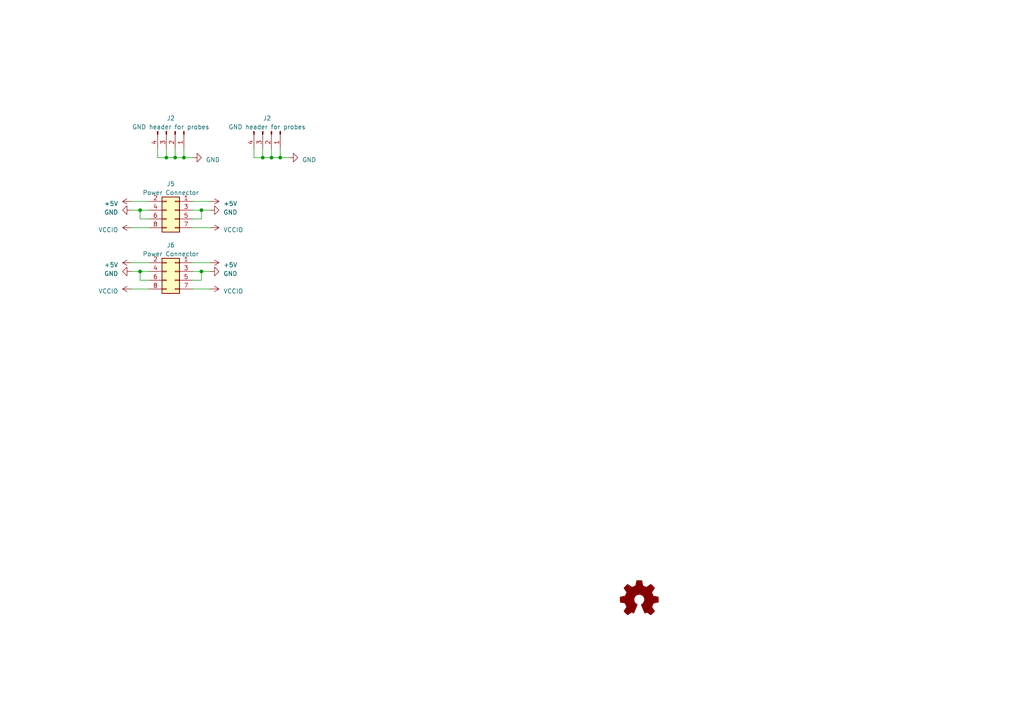
<source format=kicad_sch>
(kicad_sch (version 20230121) (generator eeschema)
  (paper "A4")
  (title_block (title "MicroZed development carrier board") (date "2023-08-19") (rev "4") (comment 1 "               License: Creative Commons Zero") (comment 3 "               (c) 2023 Viktor Nikolov"))
  (lib_symbols
    (symbol "Connector:Conn_01x04_Pin" (pin_names (offset 1.016) hide)
      (property "Reference" "J" (at 0 5.08 0))
      (property "Value" "Conn_01x04_Pin" (at 0 -7.62 0))
      (symbol "Conn_01x04_Pin_1_1"
        (polyline (pts (xy 1.27 -5.08) (xy 0.8636 -5.08)) (stroke (width 0.1524)))
        (polyline (pts (xy 1.27 -2.54) (xy 0.8636 -2.54)) (stroke (width 0.1524)))
        (polyline (pts (xy 1.27 0) (xy 0.8636 0)) (stroke (width 0.1524)))
        (polyline (pts (xy 1.27 2.54) (xy 0.8636 2.54)) (stroke (width 0.1524)))
        (rectangle (start 0.8636 -4.953) (end 0 -5.207) (stroke (width 0.1524)) (fill (type outline)))
        (rectangle (start 0.8636 -2.413) (end 0 -2.667) (stroke (width 0.1524)) (fill (type outline)))
        (rectangle (start 0.8636 0.127) (end 0 -0.127) (stroke (width 0.1524)) (fill (type outline)))
        (rectangle (start 0.8636 2.667) (end 0 2.413) (stroke (width 0.1524)) (fill (type outline)))
        (pin passive line (at 5.08 2.54 180) (length 3.81) (name "Pin_1") (number "1"))
        (pin passive line (at 5.08 0 180) (length 3.81) (name "Pin_2") (number "2"))
        (pin passive line (at 5.08 -2.54 180) (length 3.81) (name "Pin_3") (number "3"))
        (pin passive line (at 5.08 -5.08 180) (length 3.81) (name "Pin_4") (number "4"))
      )
    )
    (symbol "Connector_Generic:Conn_02x04_Odd_Even" (pin_names (offset 1.016) hide)
      (property "Reference" "J" (at 1.27 5.08 0))
      (property "Value" "Conn_02x04_Odd_Even" (at 1.27 -7.62 0))
      (symbol "Conn_02x04_Odd_Even_1_1"
        (rectangle (start -1.27 -4.953) (end 0 -5.207) (stroke (width 0.1524)))
        (rectangle (start -1.27 -2.413) (end 0 -2.667) (stroke (width 0.1524)))
        (rectangle (start -1.27 0.127) (end 0 -0.127) (stroke (width 0.1524)))
        (rectangle (start -1.27 2.667) (end 0 2.413) (stroke (width 0.1524)))
        (rectangle (start -1.27 3.81) (end 3.81 -6.35) (stroke (width 0.254)) (fill (type background)))
        (rectangle (start 3.81 -4.953) (end 2.54 -5.207) (stroke (width 0.1524)))
        (rectangle (start 3.81 -2.413) (end 2.54 -2.667) (stroke (width 0.1524)))
        (rectangle (start 3.81 0.127) (end 2.54 -0.127) (stroke (width 0.1524)))
        (rectangle (start 3.81 2.667) (end 2.54 2.413) (stroke (width 0.1524)))
        (pin passive line (at -5.08 2.54 0) (length 3.81) (name "Pin_1") (number "1"))
        (pin passive line (at 7.62 2.54 180) (length 3.81) (name "Pin_2") (number "2"))
        (pin passive line (at -5.08 0 0) (length 3.81) (name "Pin_3") (number "3"))
        (pin passive line (at 7.62 0 180) (length 3.81) (name "Pin_4") (number "4"))
        (pin passive line (at -5.08 -2.54 0) (length 3.81) (name "Pin_5") (number "5"))
        (pin passive line (at 7.62 -2.54 180) (length 3.81) (name "Pin_6") (number "6"))
        (pin passive line (at -5.08 -5.08 0) (length 3.81) (name "Pin_7") (number "7"))
        (pin passive line (at 7.62 -5.08 180) (length 3.81) (name "Pin_8") (number "8"))
      )
    )
    (symbol "Graphic:Logo_Open_Hardware_Small" (in_bom no) (on_board no)
      (symbol "Logo_Open_Hardware_Small_0_1"
        (polyline (pts (xy 3.3528 -4.3434) (xy 3.302 -4.318) (xy 3.175 -4.2418) (xy 2.9972 -4.1148) (xy 2.7686 -3.9624) (xy 2.54 -3.81) (xy 2.3622 -3.7084) (xy 2.2352 -3.6068) (xy 2.1844 -3.5814) (xy 2.159 -3.6068) (xy 2.0574 -3.6576) (xy 1.905 -3.7338) (xy 1.8034 -3.7846) (xy 1.6764 -3.8354) (xy 1.6002 -3.8354) (xy 1.6002 -3.8354) (xy 1.5494 -3.7338) (xy 1.4732 -3.5306) (xy 1.3462 -3.302) (xy 1.2446 -3.0226) (xy 1.1176 -2.7178) (xy 0.9652 -2.413) (xy 0.8636 -2.1082) (xy 0.7366 -1.8288) (xy 0.6604 -1.6256) (xy 0.6096 -1.4732) (xy 0.5842 -1.397) (xy 0.5842 -1.397) (xy 0.6604 -1.3208) (xy 0.7874 -1.2446) (xy 1.0414 -1.016) (xy 1.2954 -0.6858) (xy 1.4478 -0.3302) (xy 1.524 0.0762) (xy 1.4732 0.4572) (xy 1.3208 0.8128) (xy 1.0668 1.143) (xy 0.762 1.3716) (xy 0.4064 1.524) (xy 0 1.5748) (xy -0.381 1.5494) (xy -0.7366 1.397) (xy -1.0668 1.143) (xy -1.2192 0.9906) (xy -1.397 0.6604) (xy -1.524 0.3048) (xy -1.524 0.2286) (xy -1.4986 -0.1778) (xy -1.397 -0.5334) (xy -1.1938 -0.8636) (xy -0.9144 -1.143) (xy -0.8636 -1.1684) (xy -0.7366 -1.27) (xy -0.635 -1.3462) (xy -0.5842 -1.397) (xy -1.0668 -2.5908) (xy -1.143 -2.794) (xy -1.2954 -3.1242) (xy -1.397 -3.4036) (xy -1.4986 -3.6322) (xy -1.5748 -3.7846) (xy -1.6002 -3.8354) (xy -1.6002 -3.8354) (xy -1.651 -3.8354) (xy -1.7272 -3.81) (xy -1.905 -3.7338) (xy -2.0066 -3.683) (xy -2.1336 -3.6068) (xy -2.2098 -3.5814) (xy -2.2606 -3.6068) (xy -2.3622 -3.683) (xy -2.54 -3.81) (xy -2.7686 -3.9624) (xy -2.9718 -4.0894) (xy -3.1496 -4.2164) (xy -3.302 -4.318) (xy -3.3528 -4.3434) (xy -3.3782 -4.3434) (xy -3.429 -4.318) (xy -3.5306 -4.2164) (xy -3.7084 -4.064) (xy -3.937 -3.8354) (xy -3.9624 -3.81) (xy -4.1656 -3.6068) (xy -4.318 -3.4544) (xy -4.4196 -3.3274) (xy -4.445 -3.2766) (xy -4.445 -3.2766) (xy -4.4196 -3.2258) (xy -4.318 -3.0734) (xy -4.2164 -2.8956) (xy -4.064 -2.667) (xy -3.6576 -2.0828) (xy -3.8862 -1.5494) (xy -3.937 -1.3716) (xy -4.0386 -1.1684) (xy -4.0894 -1.0414) (xy -4.1148 -0.9652) (xy -4.191 -0.9398) (xy -4.318 -0.9144) (xy -4.5466 -0.8636) (xy -4.8006 -0.8128) (xy -5.0546 -0.7874) (xy -5.2578 -0.7366) (xy -5.4356 -0.7112) (xy -5.5118 -0.6858) (xy -5.5118 -0.6858) (xy -5.5372 -0.635) (xy -5.5372 -0.5588) (xy -5.5372 -0.4318) (xy -5.5626 -0.2286) (xy -5.5626 0.0762) (xy -5.5626 0.127) (xy -5.5372 0.4064) (xy -5.5372 0.635) (xy -5.5372 0.762) (xy -5.5372 0.8382) (xy -5.5372 0.8382) (xy -5.461 0.8382) (xy -5.3086 0.889) (xy -5.08 0.9144) (xy -4.826 0.9652) (xy -4.8006 0.9906) (xy -4.5466 1.0414) (xy -4.318 1.0668) (xy -4.1656 1.1176) (xy -4.0894 1.143) (xy -4.0894 1.143) (xy -4.0386 1.2446) (xy -3.9624 1.4224) (xy -3.8608 1.6256) (xy -3.7846 1.8288) (xy -3.7084 2.0066) (xy -3.6576 2.159) (xy -3.6322 2.2098) (xy -3.6322 2.2098) (xy -3.683 2.286) (xy -3.7592 2.413) (xy -3.8862 2.5908) (xy -4.064 2.8194) (xy -4.064 2.8448) (xy -4.2164 3.0734) (xy -4.3434 3.2512) (xy -4.4196 3.3782) (xy -4.445 3.4544) (xy -4.445 3.4544) (xy -4.3942 3.5052) (xy -4.2926 3.6322) (xy -4.1148 3.81) (xy -3.937 4.0132) (xy -3.8608 4.064) (xy -3.6576 4.2926) (xy -3.5052 4.4196) (xy -3.4036 4.4958) (xy -3.3528 4.5212) (xy -3.3528 4.5212) (xy -3.302 4.4704) (xy -3.1496 4.3688) (xy -2.9718 4.2418) (xy -2.7432 4.0894) (xy -2.7178 4.0894) (xy -2.4892 3.937) (xy -2.3114 3.81) (xy -2.1844 3.7084) (xy -2.1336 3.683) (xy -2.1082 3.683) (xy -2.032 3.7084) (xy -1.8542 3.7592) (xy -1.6764 3.8354) (xy -1.4732 3.937) (xy -1.27 4.0132) (xy -1.143 4.064) (xy -1.0668 4.1148) (xy -1.0668 4.1148) (xy -1.0414 4.191) (xy -1.016 4.3434) (xy -0.9652 4.572) (xy -0.9144 4.8514) (xy -0.889 4.9022) (xy -0.8382 5.1562) (xy -0.8128 5.3848) (xy -0.7874 5.5372) (xy -0.762 5.588) (xy -0.7112 5.6134) (xy -0.5842 5.6134) (xy -0.4064 5.6134) (xy -0.1524 5.6134) (xy 0.0762 5.6134) (xy 0.3302 5.6134) (xy 0.5334 5.6134) (xy 0.6858 5.588) (xy 0.7366 5.588) (xy 0.7366 5.588) (xy 0.762 5.5118) (xy 0.8128 5.334) (xy 0.8382 5.1054) (xy 0.9144 4.826) (xy 0.9144 4.7752) (xy 0.9652 4.5212) (xy 1.016 4.2926) (xy 1.0414 4.1402) (xy 1.0668 4.0894) (xy 1.0668 4.0894) (xy 1.1938 4.0386) (xy 1.3716 3.9624) (xy 1.5748 3.8608) (xy 2.0828 3.6576) (xy 2.7178 4.0894) (xy 2.7686 4.1402) (xy 2.9972 4.2926) (xy 3.175 4.4196) (xy 3.302 4.4958) (xy 3.3782 4.5212) (xy 3.3782 4.5212) (xy 3.429 4.4704) (xy 3.556 4.3434) (xy 3.7338 4.191) (xy 3.9116 3.9878) (xy 4.064 3.8354) (xy 4.2418 3.6576) (xy 4.3434 3.556) (xy 4.4196 3.4798) (xy 4.4196 3.429) (xy 4.4196 3.4036) (xy 4.3942 3.3274) (xy 4.2926 3.2004) (xy 4.1656 2.9972) (xy 4.0132 2.794) (xy 3.8862 2.5908) (xy 3.7592 2.3876) (xy 3.6576 2.2352) (xy 3.6322 2.159) (xy 3.6322 2.1336) (xy 3.683 2.0066) (xy 3.7592 1.8288) (xy 3.8608 1.6002) (xy 4.064 1.1176) (xy 4.3942 1.0414) (xy 4.5974 1.016) (xy 4.8768 0.9652) (xy 5.1308 0.9144) (xy 5.5372 0.8382) (xy 5.5626 -0.6604) (xy 5.4864 -0.6858) (xy 5.4356 -0.6858) (xy 5.2832 -0.7366) (xy 5.0546 -0.762) (xy 4.8006 -0.8128) (xy 4.5974 -0.8636) (xy 4.3688 -0.9144) (xy 4.2164 -0.9398) (xy 4.1402 -0.9398) (xy 4.1148 -0.9652) (xy 4.064 -1.0668) (xy 3.9878 -1.2446) (xy 3.9116 -1.4478) (xy 3.81 -1.651) (xy 3.7338 -1.8542) (xy 3.683 -2.0066) (xy 3.6576 -2.0828) (xy 3.683 -2.1336) (xy 3.7846 -2.2606) (xy 3.8862 -2.4638) (xy 4.0386 -2.667) (xy 4.191 -2.8956) (xy 4.318 -3.0734) (xy 4.3942 -3.2004) (xy 4.445 -3.2766) (xy 4.4196 -3.3274) (xy 4.3434 -3.429) (xy 4.1656 -3.5814) (xy 3.937 -3.8354) (xy 3.8862 -3.8608) (xy 3.683 -4.064) (xy 3.5306 -4.2164) (xy 3.4036 -4.318) (xy 3.3528 -4.3434)) (fill (type outline)))
      )
    )
    (symbol "Viktor_symbols:VCCIO" (power) (pin_names (offset 0))
      (property "Value" "VCCIO" (at 0 3.81 0))
      (symbol "VCCIO_0_1"
        (polyline (pts (xy -0.762 1.27) (xy 0 2.54)))
        (polyline (pts (xy 0 0) (xy 0 2.54)))
        (polyline (pts (xy 0 2.54) (xy 0.762 1.27)))
      )
      (symbol "VCCIO_1_1"
        (pin power_in line (at 0 0 90) (length 0) hide (name "VCCIO") (number "1"))
      )
    )
    (symbol "power:+5V" (power) (pin_names (offset 0))
      (property "Value" "+5V" (at 0 3.556 0))
      (symbol "+5V_0_1"
        (polyline (pts (xy -0.762 1.27) (xy 0 2.54)))
        (polyline (pts (xy 0 0) (xy 0 2.54)))
        (polyline (pts (xy 0 2.54) (xy 0.762 1.27)))
      )
      (symbol "+5V_1_1"
        (pin power_in line (at 0 0 90) (length 0) hide (name "+5V") (number "1"))
      )
    )
    (symbol "power:GND" (power) (pin_names (offset 0))
      (property "Value" "GND" (at 0 -3.81 0))
      (symbol "GND_0_1"
        (polyline (pts (xy 0 0) (xy 0 -1.27) (xy 1.27 -1.27) (xy 0 -2.54) (xy -1.27 -1.27) (xy 0 -1.27)))
      )
      (symbol "GND_1_1"
        (pin power_in line (at 0 0 270) (length 0) hide (name "GND") (number "1"))
      )
    )
  )
  (junction (at 50.8 45.72))
  (junction (at 78.74 45.72))
  (junction (at 58.42 78.74))
  (junction (at 58.42 60.96))
  (junction (at 40.64 60.96))
  (junction (at 40.64 78.74))
  (junction (at 81.28 45.72))
  (junction (at 53.34 45.72))
  (junction (at 76.2 45.72))
  (junction (at 48.26 45.72))
  (wire (pts (xy 55.88 60.96) (xy 58.42 60.96)))
  (wire (pts (xy 78.74 45.72) (xy 81.28 45.72)))
  (wire (pts (xy 53.34 43.18) (xy 53.34 45.72)))
  (wire (pts (xy 81.28 45.72) (xy 83.82 45.72)))
  (wire (pts (xy 38.1 76.2) (xy 43.18 76.2)))
  (wire (pts (xy 48.26 43.18) (xy 48.26 45.72)))
  (wire (pts (xy 40.64 78.74) (xy 40.64 81.28)))
  (wire (pts (xy 55.88 66.04) (xy 60.96 66.04)))
  (wire (pts (xy 40.64 81.28) (xy 43.18 81.28)))
  (wire (pts (xy 38.1 78.74) (xy 40.64 78.74)))
  (wire (pts (xy 73.66 43.18) (xy 73.66 45.72)))
  (wire (pts (xy 55.88 63.5) (xy 58.42 63.5)))
  (wire (pts (xy 45.72 43.18) (xy 45.72 45.72)))
  (wire (pts (xy 58.42 60.96) (xy 60.96 60.96)))
  (wire (pts (xy 40.64 60.96) (xy 40.64 63.5)))
  (wire (pts (xy 45.72 45.72) (xy 48.26 45.72)))
  (wire (pts (xy 58.42 78.74) (xy 60.96 78.74)))
  (wire (pts (xy 55.88 81.28) (xy 58.42 81.28)))
  (wire (pts (xy 50.8 45.72) (xy 53.34 45.72)))
  (wire (pts (xy 81.28 43.18) (xy 81.28 45.72)))
  (wire (pts (xy 38.1 58.42) (xy 43.18 58.42)))
  (wire (pts (xy 40.64 63.5) (xy 43.18 63.5)))
  (wire (pts (xy 55.88 83.82) (xy 60.96 83.82)))
  (wire (pts (xy 73.66 45.72) (xy 76.2 45.72)))
  (wire (pts (xy 53.34 45.72) (xy 55.88 45.72)))
  (wire (pts (xy 48.26 45.72) (xy 50.8 45.72)))
  (wire (pts (xy 55.88 78.74) (xy 58.42 78.74)))
  (wire (pts (xy 40.64 60.96) (xy 43.18 60.96)))
  (wire (pts (xy 38.1 83.82) (xy 43.18 83.82)))
  (wire (pts (xy 58.42 60.96) (xy 58.42 63.5)))
  (wire (pts (xy 38.1 60.96) (xy 40.64 60.96)))
  (wire (pts (xy 76.2 45.72) (xy 78.74 45.72)))
  (wire (pts (xy 78.74 43.18) (xy 78.74 45.72)))
  (wire (pts (xy 76.2 43.18) (xy 76.2 45.72)))
  (wire (pts (xy 40.64 78.74) (xy 43.18 78.74)))
  (wire (pts (xy 55.88 58.42) (xy 60.96 58.42)))
  (wire (pts (xy 38.1 66.04) (xy 43.18 66.04)))
  (wire (pts (xy 58.42 78.74) (xy 58.42 81.28)))
  (wire (pts (xy 50.8 43.18) (xy 50.8 45.72)))
  (wire (pts (xy 55.88 76.2) (xy 60.96 76.2)))
  (symbol (lib_id "power:+5V") (at 60.96 58.42 270) (unit 1)
    (property "Reference" "#PWR0129" (effects hide))
    (property "Value" "+5V" (at 64.77 59.055 90) (effects (justify left)))
  )
  (symbol (lib_id "power:GND") (at 60.96 60.96 90) (unit 1)
    (property "Reference" "#PWR034" (effects hide))
    (property "Value" "GND" (at 64.77 61.595 90) (effects (justify right)))
    (instances (project "MicroZed_carrier_board_v4" (path "" (reference "#PWR034") (unit 1)) (path "" (reference "#PWR0113") (unit 1))))
  )
  (symbol (lib_id "Connector:Conn_01x04_Pin") (at 78.74 38.1 270) (unit 1) (in_bom no)
    (property "Reference" "J2" (at 77.47 34.29 90))
    (property "Value" "GND header for probes" (at 77.47 36.83 90))
    (property "Footprint" "Connector_PinHeader_2.54mm:PinHeader_1x04_P2.54mm_Vertical" (effects hide))
    (instances (project "MicroZed_carrier_board_v4" (path "" (reference "J2") (unit 1)) (path "" (reference "J7") (unit 1))))
  )
  (symbol (lib_id "Viktor_symbols:VCCIO") (at 60.96 66.04 270) (unit 1)
    (property "Reference" "#PWR0131" (effects hide))
    (property "Value" "VCCIO" (at 64.77 66.675 90) (effects (justify left)))
  )
  (symbol (lib_id "power:+5V") (at 60.96 76.2 270) (unit 1)
    (property "Reference" "#PWR0135" (effects hide))
    (property "Value" "+5V" (at 64.77 76.835 90) (effects (justify left)))
  )
  (symbol (lib_id "Viktor_symbols:VCCIO") (at 60.96 83.82 270) (unit 1)
    (property "Reference" "#PWR0137" (effects hide))
    (property "Value" "VCCIO" (at 64.77 84.455 90) (effects (justify left)))
  )
  (symbol (lib_id "power:GND") (at 38.1 60.96 270) (unit 1)
    (property "Reference" "#PWR034" (effects hide))
    (property "Value" "GND" (at 34.29 61.595 90) (effects (justify right)))
    (instances (project "MicroZed_carrier_board_v4" (path "" (reference "#PWR034") (unit 1)) (path "" (reference "#PWR0115") (unit 1))))
  )
  (symbol (lib_id "power:GND") (at 83.82 45.72 90) (unit 1)
    (property "Reference" "#PWR034" (effects hide))
    (property "Value" "GND" (at 87.63 46.355 90) (effects (justify right)))
    (instances (project "MicroZed_carrier_board_v4" (path "" (reference "#PWR034") (unit 1)) (path "" (reference "#PWR0138") (unit 1))))
  )
  (symbol (lib_id "Connector:Conn_01x04_Pin") (at 50.8 38.1 270) (unit 1) (in_bom no)
    (property "Reference" "J2" (at 49.53 34.29 90))
    (property "Value" "GND header for probes" (at 49.53 36.83 90))
    (property "Footprint" "Connector_PinHeader_2.54mm:PinHeader_1x04_P2.54mm_Vertical" (effects hide))
  )
  (symbol (lib_id "Viktor_symbols:VCCIO") (at 38.1 83.82 90) (unit 1)
    (property "Reference" "#PWR0134" (effects hide))
    (property "Value" "VCCIO" (at 34.29 84.455 90) (effects (justify left)))
  )
  (symbol (lib_id "power:GND") (at 38.1 78.74 270) (unit 1)
    (property "Reference" "#PWR034" (effects hide))
    (property "Value" "GND" (at 34.29 79.375 90) (effects (justify right)))
    (instances (project "MicroZed_carrier_board_v4" (path "" (reference "#PWR034") (unit 1)) (path "" (reference "#PWR0133") (unit 1))))
  )
  (symbol (lib_id "power:+5V") (at 38.1 58.42 90) (unit 1)
    (property "Reference" "#PWR0124" (effects hide))
    (property "Value" "+5V" (at 34.29 59.055 90) (effects (justify left)))
  )
  (symbol (lib_id "Connector_Generic:Conn_02x04_Odd_Even") (at 50.8 78.74 0) (mirror y) (unit 1) (in_bom no)
    (property "Reference" "J6" (at 49.53 71.12 0))
    (property "Value" "Power Connector" (at 49.53 73.66 0))
    (property "Footprint" "Connector_PinSocket_2.54mm:PinSocket_2x04_P2.54mm_Vertical" (effects hide))
  )
  (symbol (lib_id "power:GND") (at 55.88 45.72 90) (unit 1)
    (property "Reference" "#PWR034" (effects hide))
    (property "Value" "GND" (at 59.69 46.355 90) (effects (justify right)))
  )
  (symbol (lib_id "Connector_Generic:Conn_02x04_Odd_Even") (at 50.8 60.96 0) (mirror y) (unit 1) (in_bom no)
    (property "Reference" "J5" (at 49.53 53.34 0))
    (property "Value" "Power Connector" (at 49.53 55.88 0))
    (property "Footprint" "Connector_PinSocket_2.54mm:PinSocket_2x04_P2.54mm_Vertical" (effects hide))
  )
  (symbol (lib_id "Graphic:Logo_Open_Hardware_Small") (at 185.42 173.99 0) (unit 1) (in_bom no) (on_board no)
    (property "Reference" "#SYM1" (effects hide))
    (property "Value" "Logo_Open_Hardware_Small" (effects hide))
    (property "Sim.Enable" "0" (effects hide))
    (instances (project "MicroZed_carrier_board_v4" (path "" (reference "#SYM1") (unit 1)) (path "" (reference "#SYM5") (unit 1))))
  )
  (symbol (lib_id "power:+5V") (at 38.1 76.2 90) (unit 1)
    (property "Reference" "#PWR0132" (effects hide))
    (property "Value" "+5V" (at 34.29 76.835 90) (effects (justify left)))
  )
  (symbol (lib_id "Viktor_symbols:VCCIO") (at 38.1 66.04 90) (unit 1)
    (property "Reference" "#PWR0130" (effects hide))
    (property "Value" "VCCIO" (at 34.29 66.675 90) (effects (justify left)))
  )
  (symbol (lib_id "power:GND") (at 60.96 78.74 90) (unit 1)
    (property "Reference" "#PWR034" (effects hide))
    (property "Value" "GND" (at 64.77 79.375 90) (effects (justify right)))
    (instances (project "MicroZed_carrier_board_v4" (path "" (reference "#PWR034") (unit 1)) (path "" (reference "#PWR0136") (unit 1))))
  )
)
</source>
